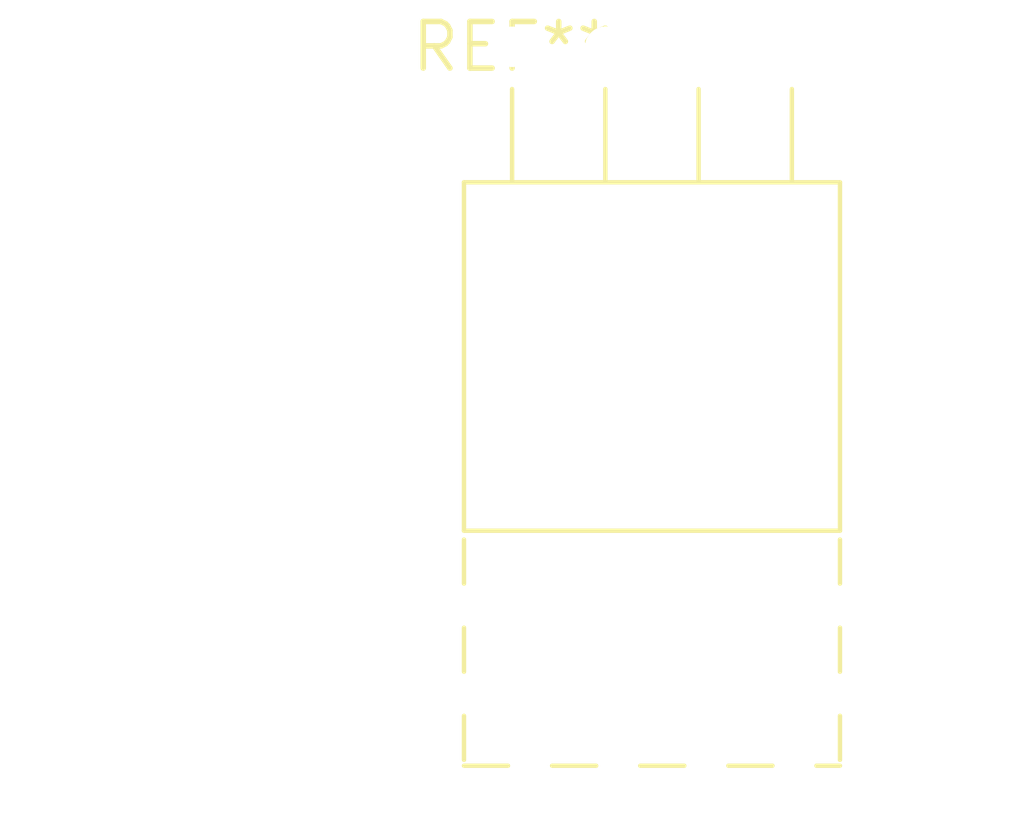
<source format=kicad_pcb>
(kicad_pcb (version 20240108) (generator pcbnew)
  (layers (0 "F.Cu" signal) (31 "B.Cu" signal) (34 "B.Paste" user) (35 "F.Paste" user) (36 "B.SilkS" user "B.Silkscreen") (37 "F.SilkS" user "F.Silkscreen") (38 "B.Mask" user) (39 "F.Mask" user) (44 "Edge.Cuts" user))
  (net 0 "")
  (footprint "TO-220-4_Horizontal_TabUp" (layer "F.Cu") (at 0 0)
    (property "Reference" "REF**")
    (property "Value" "TO-220-4_Horizontal_TabUp")
    (fp_line (start -1.31 3.69) (end -1.31 13.18) (layer "F.SilkS") (stroke (width 0.12)))
    (fp_line (start -1.31 3.69) (end 8.93 3.69) (layer "F.SilkS") (stroke (width 0.12)))
    (fp_line (start -1.31 13.18) (end 8.93 13.18) (layer "F.SilkS") (stroke (width 0.12)))
    (fp_line (start -1.31 13.42) (end -1.31 14.62) (layer "F.SilkS") (stroke (width 0.12)))
    (fp_line (start -1.31 15.82) (end -1.31 17.02) (layer "F.SilkS") (stroke (width 0.12)))
    (fp_line (start -1.31 18.22) (end -1.31 19.42) (layer "F.SilkS") (stroke (width 0.12)))
    (fp_line (start -1.31 19.58) (end -0.111 19.58) (layer "F.SilkS") (stroke (width 0.12)))
    (fp_line (start 0 1.15) (end 0 3.69) (layer "F.SilkS") (stroke (width 0.12)))
    (fp_line (start 1.09 19.58) (end 2.29 19.58) (layer "F.SilkS") (stroke (width 0.12)))
    (fp_line (start 2.54 1.15) (end 2.54 3.69) (layer "F.SilkS") (stroke (width 0.12)))
    (fp_line (start 3.49 19.58) (end 4.69 19.58) (layer "F.SilkS") (stroke (width 0.12)))
    (fp_line (start 5.08 1.15) (end 5.08 3.69) (layer "F.SilkS") (stroke (width 0.12)))
    (fp_line (start 5.89 19.58) (end 7.091 19.58) (layer "F.SilkS") (stroke (width 0.12)))
    (fp_line (start 7.62 1.15) (end 7.62 3.69) (layer "F.SilkS") (stroke (width 0.12)))
    (fp_line (start 8.29 19.58) (end 8.93 19.58) (layer "F.SilkS") (stroke (width 0.12)))
    (fp_line (start 8.93 3.69) (end 8.93 13.18) (layer "F.SilkS") (stroke (width 0.12)))
    (fp_line (start 8.93 13.42) (end 8.93 14.62) (layer "F.SilkS") (stroke (width 0.12)))
    (fp_line (start 8.93 15.82) (end 8.93 17.02) (layer "F.SilkS") (stroke (width 0.12)))
    (fp_line (start 8.93 18.22) (end 8.93 19.42) (layer "F.SilkS") (stroke (width 0.12)))
    (pad "" np_thru_hole oval (at 3.81 16.66) (size 3.5 3.5) (drill 3.5) (layers *.Cu *.Mask))
    (pad "1" thru_hole rect (at 0 0) (size 1.905 2) (drill 1.1) (layers *.Cu *.Mask) (remove_unused_layers))
    (pad "2" thru_hole oval (at 2.54 0) (size 1.905 2) (drill 1.1) (layers *.Cu *.Mask) (remove_unused_layers))
    (pad "3" thru_hole oval (at 5.08 0) (size 1.905 2) (drill 1.1) (layers *.Cu *.Mask) (remove_unused_layers))
    (pad "4" thru_hole oval (at 7.62 0) (size 1.905 2) (drill 1.1) (layers *.Cu *.Mask) (remove_unused_layers))
  )
)
</source>
